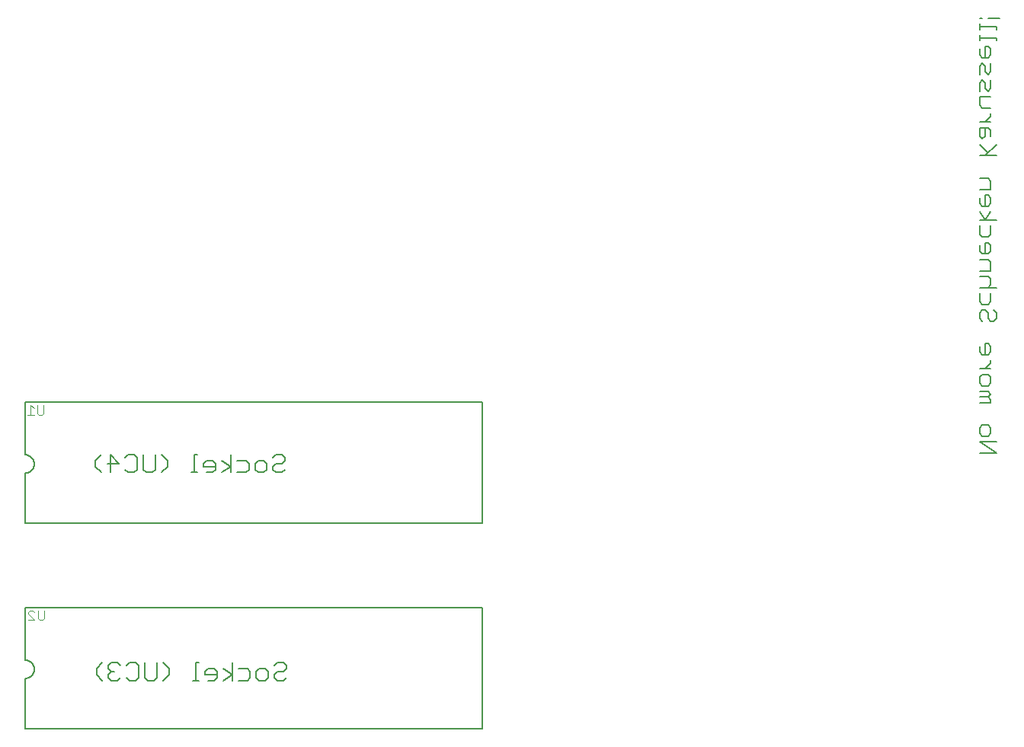
<source format=gbo>
G75*
%MOIN*%
%OFA0B0*%
%FSLAX25Y25*%
%IPPOS*%
%LPD*%
%AMOC8*
5,1,8,0,0,1.08239X$1,22.5*
%
%ADD10C,0.00600*%
%ADD11C,0.00400*%
%ADD12C,0.00700*%
D10*
X0006300Y0022200D02*
X0006300Y0044200D01*
X0006426Y0044202D01*
X0006551Y0044208D01*
X0006676Y0044218D01*
X0006801Y0044232D01*
X0006926Y0044249D01*
X0007050Y0044271D01*
X0007173Y0044296D01*
X0007295Y0044326D01*
X0007416Y0044359D01*
X0007536Y0044396D01*
X0007655Y0044436D01*
X0007772Y0044481D01*
X0007889Y0044529D01*
X0008003Y0044581D01*
X0008116Y0044636D01*
X0008227Y0044695D01*
X0008336Y0044757D01*
X0008443Y0044823D01*
X0008548Y0044892D01*
X0008651Y0044964D01*
X0008752Y0045039D01*
X0008850Y0045118D01*
X0008945Y0045200D01*
X0009038Y0045284D01*
X0009128Y0045372D01*
X0009216Y0045462D01*
X0009300Y0045555D01*
X0009382Y0045650D01*
X0009461Y0045748D01*
X0009536Y0045849D01*
X0009608Y0045952D01*
X0009677Y0046057D01*
X0009743Y0046164D01*
X0009805Y0046273D01*
X0009864Y0046384D01*
X0009919Y0046497D01*
X0009971Y0046611D01*
X0010019Y0046728D01*
X0010064Y0046845D01*
X0010104Y0046964D01*
X0010141Y0047084D01*
X0010174Y0047205D01*
X0010204Y0047327D01*
X0010229Y0047450D01*
X0010251Y0047574D01*
X0010268Y0047699D01*
X0010282Y0047824D01*
X0010292Y0047949D01*
X0010298Y0048074D01*
X0010300Y0048200D01*
X0010298Y0048326D01*
X0010292Y0048451D01*
X0010282Y0048576D01*
X0010268Y0048701D01*
X0010251Y0048826D01*
X0010229Y0048950D01*
X0010204Y0049073D01*
X0010174Y0049195D01*
X0010141Y0049316D01*
X0010104Y0049436D01*
X0010064Y0049555D01*
X0010019Y0049672D01*
X0009971Y0049789D01*
X0009919Y0049903D01*
X0009864Y0050016D01*
X0009805Y0050127D01*
X0009743Y0050236D01*
X0009677Y0050343D01*
X0009608Y0050448D01*
X0009536Y0050551D01*
X0009461Y0050652D01*
X0009382Y0050750D01*
X0009300Y0050845D01*
X0009216Y0050938D01*
X0009128Y0051028D01*
X0009038Y0051116D01*
X0008945Y0051200D01*
X0008850Y0051282D01*
X0008752Y0051361D01*
X0008651Y0051436D01*
X0008548Y0051508D01*
X0008443Y0051577D01*
X0008336Y0051643D01*
X0008227Y0051705D01*
X0008116Y0051764D01*
X0008003Y0051819D01*
X0007889Y0051871D01*
X0007772Y0051919D01*
X0007655Y0051964D01*
X0007536Y0052004D01*
X0007416Y0052041D01*
X0007295Y0052074D01*
X0007173Y0052104D01*
X0007050Y0052129D01*
X0006926Y0052151D01*
X0006801Y0052168D01*
X0006676Y0052182D01*
X0006551Y0052192D01*
X0006426Y0052198D01*
X0006300Y0052200D01*
X0006300Y0075200D01*
X0206300Y0075200D01*
X0206300Y0022200D01*
X0006300Y0022200D01*
X0006300Y0112027D02*
X0006300Y0134027D01*
X0006426Y0134029D01*
X0006551Y0134035D01*
X0006676Y0134045D01*
X0006801Y0134059D01*
X0006926Y0134076D01*
X0007050Y0134098D01*
X0007173Y0134123D01*
X0007295Y0134153D01*
X0007416Y0134186D01*
X0007536Y0134223D01*
X0007655Y0134263D01*
X0007772Y0134308D01*
X0007889Y0134356D01*
X0008003Y0134408D01*
X0008116Y0134463D01*
X0008227Y0134522D01*
X0008336Y0134584D01*
X0008443Y0134650D01*
X0008548Y0134719D01*
X0008651Y0134791D01*
X0008752Y0134866D01*
X0008850Y0134945D01*
X0008945Y0135027D01*
X0009038Y0135111D01*
X0009128Y0135199D01*
X0009216Y0135289D01*
X0009300Y0135382D01*
X0009382Y0135477D01*
X0009461Y0135575D01*
X0009536Y0135676D01*
X0009608Y0135779D01*
X0009677Y0135884D01*
X0009743Y0135991D01*
X0009805Y0136100D01*
X0009864Y0136211D01*
X0009919Y0136324D01*
X0009971Y0136438D01*
X0010019Y0136555D01*
X0010064Y0136672D01*
X0010104Y0136791D01*
X0010141Y0136911D01*
X0010174Y0137032D01*
X0010204Y0137154D01*
X0010229Y0137277D01*
X0010251Y0137401D01*
X0010268Y0137526D01*
X0010282Y0137651D01*
X0010292Y0137776D01*
X0010298Y0137901D01*
X0010300Y0138027D01*
X0010298Y0138153D01*
X0010292Y0138278D01*
X0010282Y0138403D01*
X0010268Y0138528D01*
X0010251Y0138653D01*
X0010229Y0138777D01*
X0010204Y0138900D01*
X0010174Y0139022D01*
X0010141Y0139143D01*
X0010104Y0139263D01*
X0010064Y0139382D01*
X0010019Y0139499D01*
X0009971Y0139616D01*
X0009919Y0139730D01*
X0009864Y0139843D01*
X0009805Y0139954D01*
X0009743Y0140063D01*
X0009677Y0140170D01*
X0009608Y0140275D01*
X0009536Y0140378D01*
X0009461Y0140479D01*
X0009382Y0140577D01*
X0009300Y0140672D01*
X0009216Y0140765D01*
X0009128Y0140855D01*
X0009038Y0140943D01*
X0008945Y0141027D01*
X0008850Y0141109D01*
X0008752Y0141188D01*
X0008651Y0141263D01*
X0008548Y0141335D01*
X0008443Y0141404D01*
X0008336Y0141470D01*
X0008227Y0141532D01*
X0008116Y0141591D01*
X0008003Y0141646D01*
X0007889Y0141698D01*
X0007772Y0141746D01*
X0007655Y0141791D01*
X0007536Y0141831D01*
X0007416Y0141868D01*
X0007295Y0141901D01*
X0007173Y0141931D01*
X0007050Y0141956D01*
X0006926Y0141978D01*
X0006801Y0141995D01*
X0006676Y0142009D01*
X0006551Y0142019D01*
X0006426Y0142025D01*
X0006300Y0142027D01*
X0006300Y0165027D01*
X0206300Y0165027D01*
X0206300Y0112027D01*
X0006300Y0112027D01*
X0423887Y0142806D02*
X0431294Y0142806D01*
X0423887Y0147744D01*
X0431294Y0147744D01*
X0428825Y0151407D02*
X0427591Y0150173D01*
X0425122Y0150173D01*
X0423887Y0151407D01*
X0423887Y0153876D01*
X0425122Y0155110D01*
X0427591Y0155110D01*
X0428825Y0153876D01*
X0428825Y0151407D01*
X0428825Y0164905D02*
X0423887Y0164905D01*
X0423887Y0167374D02*
X0427591Y0167374D01*
X0428825Y0168608D01*
X0427591Y0169843D01*
X0423887Y0169843D01*
X0425122Y0172271D02*
X0423887Y0173506D01*
X0423887Y0175975D01*
X0425122Y0177209D01*
X0427591Y0177209D01*
X0428825Y0175975D01*
X0428825Y0173506D01*
X0427591Y0172271D01*
X0425122Y0172271D01*
X0427591Y0167374D02*
X0428825Y0166140D01*
X0428825Y0164905D01*
X0428825Y0179638D02*
X0423887Y0179638D01*
X0426356Y0179638D02*
X0428825Y0182107D01*
X0428825Y0183341D01*
X0427591Y0185776D02*
X0428825Y0187011D01*
X0428825Y0189479D01*
X0427591Y0190714D01*
X0426356Y0190714D01*
X0426356Y0185776D01*
X0425122Y0185776D02*
X0427591Y0185776D01*
X0425122Y0185776D02*
X0423887Y0187011D01*
X0423887Y0189479D01*
X0425122Y0200509D02*
X0423887Y0201743D01*
X0423887Y0204212D01*
X0425122Y0205446D01*
X0426356Y0205446D01*
X0427591Y0204212D01*
X0427591Y0201743D01*
X0428825Y0200509D01*
X0430059Y0200509D01*
X0431294Y0201743D01*
X0431294Y0204212D01*
X0430059Y0205446D01*
X0427591Y0207875D02*
X0425122Y0207875D01*
X0423887Y0209110D01*
X0423887Y0212813D01*
X0423887Y0215241D02*
X0431294Y0215241D01*
X0428825Y0216476D02*
X0428825Y0218945D01*
X0427591Y0220179D01*
X0423887Y0220179D01*
X0423887Y0222608D02*
X0428825Y0222608D01*
X0428825Y0226311D01*
X0427591Y0227545D01*
X0423887Y0227545D01*
X0425122Y0229974D02*
X0423887Y0231208D01*
X0423887Y0233677D01*
X0426356Y0234912D02*
X0426356Y0229974D01*
X0425122Y0229974D02*
X0427591Y0229974D01*
X0428825Y0231208D01*
X0428825Y0233677D01*
X0427591Y0234912D01*
X0426356Y0234912D01*
X0425122Y0237340D02*
X0423887Y0238575D01*
X0423887Y0242278D01*
X0423887Y0244707D02*
X0431294Y0244707D01*
X0428825Y0242278D02*
X0428825Y0238575D01*
X0427591Y0237340D01*
X0425122Y0237340D01*
X0426356Y0244707D02*
X0428825Y0248410D01*
X0427591Y0250845D02*
X0428825Y0252080D01*
X0428825Y0254548D01*
X0427591Y0255783D01*
X0426356Y0255783D01*
X0426356Y0250845D01*
X0425122Y0250845D02*
X0427591Y0250845D01*
X0425122Y0250845D02*
X0423887Y0252080D01*
X0423887Y0254548D01*
X0423887Y0258211D02*
X0428825Y0258211D01*
X0428825Y0261915D01*
X0427591Y0263149D01*
X0423887Y0263149D01*
X0423887Y0272944D02*
X0431294Y0272944D01*
X0427591Y0274178D02*
X0423887Y0277882D01*
X0425122Y0280310D02*
X0423887Y0281545D01*
X0423887Y0285248D01*
X0427591Y0285248D01*
X0428825Y0284014D01*
X0428825Y0281545D01*
X0426356Y0281545D02*
X0426356Y0285248D01*
X0426356Y0287677D02*
X0428825Y0290145D01*
X0428825Y0291380D01*
X0428825Y0293815D02*
X0425122Y0293815D01*
X0423887Y0295050D01*
X0423887Y0298753D01*
X0428825Y0298753D01*
X0427591Y0301182D02*
X0426356Y0302416D01*
X0426356Y0304885D01*
X0425122Y0306119D01*
X0423887Y0304885D01*
X0423887Y0301182D01*
X0427591Y0301182D02*
X0428825Y0302416D01*
X0428825Y0306119D01*
X0427591Y0308548D02*
X0428825Y0309782D01*
X0428825Y0313485D01*
X0427591Y0315914D02*
X0428825Y0317148D01*
X0428825Y0319617D01*
X0427591Y0320852D01*
X0426356Y0320852D01*
X0426356Y0315914D01*
X0425122Y0315914D02*
X0427591Y0315914D01*
X0425122Y0315914D02*
X0423887Y0317148D01*
X0423887Y0319617D01*
X0423887Y0323280D02*
X0423887Y0325749D01*
X0423887Y0324515D02*
X0431294Y0324515D01*
X0431294Y0323280D01*
X0431294Y0328191D02*
X0431294Y0329426D01*
X0423887Y0329426D01*
X0423887Y0330660D02*
X0423887Y0328191D01*
X0423887Y0333102D02*
X0425122Y0333102D01*
X0427591Y0333102D02*
X0432528Y0333102D01*
X0425122Y0313485D02*
X0423887Y0312251D01*
X0423887Y0308548D01*
X0426356Y0309782D02*
X0426356Y0312251D01*
X0425122Y0313485D01*
X0426356Y0309782D02*
X0427591Y0308548D01*
X0428825Y0287677D02*
X0423887Y0287677D01*
X0426356Y0281545D02*
X0425122Y0280310D01*
X0431294Y0277882D02*
X0426356Y0272944D01*
X0423887Y0248410D02*
X0426356Y0244707D01*
X0428825Y0216476D02*
X0427591Y0215241D01*
X0428825Y0212813D02*
X0428825Y0209110D01*
X0427591Y0207875D01*
D11*
X0014314Y0163654D02*
X0014314Y0160234D01*
X0013630Y0159550D01*
X0012262Y0159550D01*
X0011578Y0160234D01*
X0011578Y0163654D01*
X0010170Y0162286D02*
X0008802Y0163654D01*
X0008802Y0159550D01*
X0007435Y0159550D02*
X0010170Y0159550D01*
X0009760Y0073904D02*
X0008392Y0073904D01*
X0007708Y0073220D01*
X0007708Y0072536D01*
X0010444Y0069800D01*
X0007708Y0069800D01*
X0011851Y0070484D02*
X0011851Y0073904D01*
X0010444Y0073220D02*
X0009760Y0073904D01*
X0011851Y0070484D02*
X0012535Y0069800D01*
X0013903Y0069800D01*
X0014587Y0070484D01*
X0014587Y0073904D01*
D12*
X0037507Y0048521D02*
X0040143Y0051157D01*
X0042790Y0049839D02*
X0042790Y0048521D01*
X0044108Y0047203D01*
X0042790Y0045886D01*
X0042790Y0044568D01*
X0044108Y0043250D01*
X0046744Y0043250D01*
X0048061Y0044568D01*
X0050709Y0044568D02*
X0052027Y0043250D01*
X0054662Y0043250D01*
X0055980Y0044568D01*
X0055980Y0049839D01*
X0054662Y0051157D01*
X0052027Y0051157D01*
X0050709Y0049839D01*
X0048061Y0049839D02*
X0046744Y0051157D01*
X0044108Y0051157D01*
X0042790Y0049839D01*
X0044108Y0047203D02*
X0045426Y0047203D01*
X0040143Y0043250D02*
X0037507Y0045886D01*
X0037507Y0048521D01*
X0058628Y0051157D02*
X0058628Y0044568D01*
X0059946Y0043250D01*
X0062581Y0043250D01*
X0063899Y0044568D01*
X0063899Y0051157D01*
X0066542Y0051157D02*
X0069178Y0048521D01*
X0069178Y0045886D01*
X0066542Y0043250D01*
X0079740Y0043250D02*
X0082376Y0043250D01*
X0081058Y0043250D02*
X0081058Y0051157D01*
X0082376Y0051157D01*
X0085024Y0047203D02*
X0085024Y0045886D01*
X0090295Y0045886D01*
X0090295Y0047203D02*
X0088977Y0048521D01*
X0086341Y0048521D01*
X0085024Y0047203D01*
X0086341Y0043250D02*
X0088977Y0043250D01*
X0090295Y0044568D01*
X0090295Y0047203D01*
X0092940Y0048521D02*
X0096894Y0045886D01*
X0092940Y0043250D01*
X0096894Y0043250D02*
X0096894Y0051157D01*
X0099541Y0048521D02*
X0103495Y0048521D01*
X0104812Y0047203D01*
X0104812Y0044568D01*
X0103495Y0043250D01*
X0099541Y0043250D01*
X0107460Y0044568D02*
X0107460Y0047203D01*
X0108778Y0048521D01*
X0111413Y0048521D01*
X0112731Y0047203D01*
X0112731Y0044568D01*
X0111413Y0043250D01*
X0108778Y0043250D01*
X0107460Y0044568D01*
X0115379Y0044568D02*
X0116697Y0043250D01*
X0119332Y0043250D01*
X0120650Y0044568D01*
X0119332Y0047203D02*
X0116697Y0047203D01*
X0115379Y0045886D01*
X0115379Y0044568D01*
X0119332Y0047203D02*
X0120650Y0048521D01*
X0120650Y0049839D01*
X0119332Y0051157D01*
X0116697Y0051157D01*
X0115379Y0049839D01*
X0116097Y0134277D02*
X0114779Y0135595D01*
X0114779Y0136912D01*
X0116097Y0138230D01*
X0118732Y0138230D01*
X0120050Y0139548D01*
X0120050Y0140866D01*
X0118732Y0142184D01*
X0116097Y0142184D01*
X0114779Y0140866D01*
X0112131Y0138230D02*
X0112131Y0135595D01*
X0110813Y0134277D01*
X0108178Y0134277D01*
X0106860Y0135595D01*
X0106860Y0138230D01*
X0108178Y0139548D01*
X0110813Y0139548D01*
X0112131Y0138230D01*
X0116097Y0134277D02*
X0118732Y0134277D01*
X0120050Y0135595D01*
X0104212Y0135595D02*
X0102895Y0134277D01*
X0098941Y0134277D01*
X0096294Y0134277D02*
X0096294Y0142184D01*
X0098941Y0139548D02*
X0102895Y0139548D01*
X0104212Y0138230D01*
X0104212Y0135595D01*
X0096294Y0136912D02*
X0092340Y0139548D01*
X0089695Y0138230D02*
X0088377Y0139548D01*
X0085741Y0139548D01*
X0084424Y0138230D01*
X0084424Y0136912D01*
X0089695Y0136912D01*
X0089695Y0135595D02*
X0089695Y0138230D01*
X0089695Y0135595D02*
X0088377Y0134277D01*
X0085741Y0134277D01*
X0081776Y0134277D02*
X0079140Y0134277D01*
X0080458Y0134277D02*
X0080458Y0142184D01*
X0081776Y0142184D01*
X0092340Y0134277D02*
X0096294Y0136912D01*
X0068578Y0136912D02*
X0068578Y0139548D01*
X0065942Y0142184D01*
X0063299Y0142184D02*
X0063299Y0135595D01*
X0061981Y0134277D01*
X0059346Y0134277D01*
X0058028Y0135595D01*
X0058028Y0142184D01*
X0055380Y0140866D02*
X0055380Y0135595D01*
X0054062Y0134277D01*
X0051427Y0134277D01*
X0050109Y0135595D01*
X0047461Y0138230D02*
X0042190Y0138230D01*
X0043508Y0134277D02*
X0043508Y0142184D01*
X0047461Y0138230D01*
X0050109Y0140866D02*
X0051427Y0142184D01*
X0054062Y0142184D01*
X0055380Y0140866D01*
X0065942Y0134277D02*
X0068578Y0136912D01*
X0039543Y0134277D02*
X0036907Y0136912D01*
X0036907Y0139548D01*
X0039543Y0142184D01*
M02*

</source>
